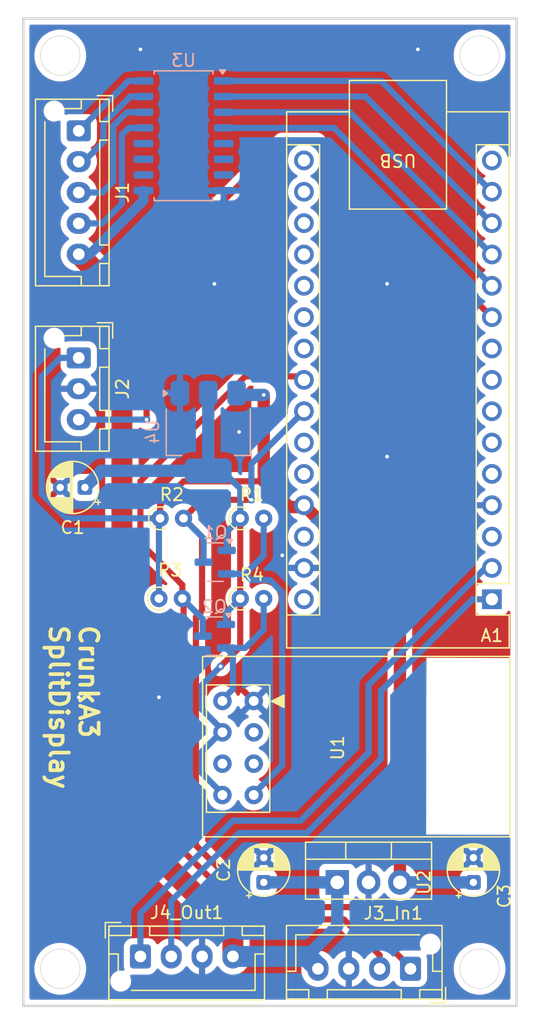
<source format=kicad_pcb>
(kicad_pcb (version 20241229) (generator "pcbnew") (generator_version "9.0")
  (title_block (comment 4 "AISLER Project ID: WUJPKZXN"))
  (layers (0 "F.Cu" signal) (2 "B.Cu" signal) (13 "F.Paste" user) (15 "B.Paste" user) (5 "F.SilkS" user "F.Silkscreen") (7 "B.SilkS" user "B.Silkscreen") (1 "F.Mask" user) (3 "B.Mask" user) (25 "Edge.Cuts" user))
  (net 0 "")
  (net 1 "+5V")
  (net 2 "GND")
  (net 3 "VCC")
  (net 6 "Net-(A1-D7)")
  (net 9 "Net-(A1-A5)")
  (net 14 "Net-(A1-D9)")
  (net 15 "Net-(A1-A4)")
  (net 20 "Net-(A1-D0{slash}RX)")
  (net 21 "Net-(A1-D10)")
  (net 26 "Net-(A1-D8)")
  (net 27 "Net-(A1-D11)")
  (net 28 "Net-(A1-D1{slash}TX)")
  (net 34 "Net-(J1-Pin_1)")
  (net 35 "Net-(J1-Pin_3)")
  (net 36 "Net-(J1-Pin_4)")
  (net 38 "Net-(J1-Pin_2)")
  (net 41 "+3.3V")
  (net 42 "Net-(Q1-S)")
  (net 43 "Net-(Q2-S)")
  (footprint "Connector_JST:JST_XH_B3B-XH-AM_1x03_P2.50mm_Vertical" (layer "F.Cu") (at 19.5 42.5 -90)
    (property "Reference" "J2" (at 2.5 -3.55 90) (layer "F.SilkS"))
    (property "Value" "Conn_01x03")
    (pad "" np_thru_hole circle (at -1.6 2 270) (size 1.2 1.2) (drill 1.2) (layers "*.Cu" "*.Mask"))
    (pad "1" thru_hole roundrect (at 0 0 270) (size 1.7 1.95) (drill 0.95) (layers "*.Cu" "*.Mask") (roundrect_rratio 0.147059) (net 1 "+5V"))
    (pad "2" thru_hole oval (at 2.5 0 270) (size 1.7 1.95) (drill 0.95) (layers "*.Cu" "*.Mask") (net 2 "GND"))
    (pad "3" thru_hole oval (at 5 0 270) (size 1.7 1.95) (drill 0.95) (layers "*.Cu" "*.Mask") (net 6 "Net-(A1-D7)"))
  )
  (footprint "Connector_JST:JST_XH_B5B-XH-AM_1x05_P2.50mm_Vertical" (layer "F.Cu") (at 19.5 24.1 -90)
    (property "Reference" "J1" (at 5 -3.55 90) (layer "F.SilkS"))
    (property "Value" "Conn_01x05")
    (pad "" np_thru_hole circle (at -1.6 2 270) (size 1.2 1.2) (drill 1.2) (layers "*.Cu" "*.Mask"))
    (pad "1" thru_hole roundrect (at 0 0 270) (size 1.7 1.95) (drill 0.95) (layers "*.Cu" "*.Mask") (roundrect_rratio 0.147059) (net 34 "Net-(J1-Pin_1)"))
    (pad "2" thru_hole oval (at 2.5 0 270) (size 1.7 1.95) (drill 0.95) (layers "*.Cu" "*.Mask") (net 38 "Net-(J1-Pin_2)"))
    (pad "3" thru_hole oval (at 5 0 270) (size 1.7 1.95) (drill 0.95) (layers "*.Cu" "*.Mask") (net 35 "Net-(J1-Pin_3)"))
    (pad "4" thru_hole oval (at 7.5 0 270) (size 1.7 1.95) (drill 0.95) (layers "*.Cu" "*.Mask") (net 36 "Net-(J1-Pin_4)"))
    (pad "5" thru_hole oval (at 10 0 270) (size 1.7 1.95) (drill 0.95) (layers "*.Cu" "*.Mask") (net 3 "VCC"))
  )
  (footprint "Resistor_THT:R_Axial_DIN0204_L3.6mm_D1.6mm_P1.90mm_Vertical" (layer "F.Cu") (at 26 62)
    (property "Reference" "R3" (at 0.9 -2.3 0) (layer "F.SilkS"))
    (property "Value" "R")
    (pad "1" thru_hole circle (at 0 0) (size 1.4 1.4) (drill 0.7) (layers "*.Cu" "*.Mask") (net 1 "+5V"))
    (pad "2" thru_hole circle (at 1.9 0) (size 1.4 1.4) (drill 0.7) (layers "*.Cu" "*.Mask") (net 15 "Net-(A1-A4)"))
  )
  (footprint "Capacitor_THT:CP_Radial_D4.0mm_P2.00mm" (layer "F.Cu") (at 34.5 85 90)
    (property "Reference" "C2" (at 1 -3.25 90) (layer "F.SilkS"))
    (property "Value" "C")
    (pad "1" thru_hole roundrect (at 0 0 90) (size 1.2 1.2) (drill 0.6) (layers "*.Cu" "*.Mask") (roundrect_rratio 0.208333) (net 3 "VCC"))
    (pad "2" thru_hole circle (at 2 0 90) (size 1.2 1.2) (drill 0.6) (layers "*.Cu" "*.Mask") (net 2 "GND"))
  )
  (footprint "Resistor_THT:R_Axial_DIN0204_L3.6mm_D1.6mm_P1.90mm_Vertical" (layer "F.Cu") (at 32.595 55.5)
    (property "Reference" "R1" (at 0.95 -1.92 0) (layer "F.SilkS"))
    (property "Value" "R")
    (pad "1" thru_hole circle (at 0 0) (size 1.4 1.4) (drill 0.7) (layers "*.Cu" "*.Mask") (net 41 "+3.3V"))
    (pad "2" thru_hole circle (at 1.9 0) (size 1.4 1.4) (drill 0.7) (layers "*.Cu" "*.Mask") (net 42 "Net-(Q1-S)"))
  )
  (footprint "Resistor_THT:R_Axial_DIN0204_L3.6mm_D1.6mm_P1.90mm_Vertical" (layer "F.Cu") (at 32.595 62)
    (property "Reference" "R4" (at 0.95 -1.92 0) (layer "F.SilkS"))
    (property "Value" "R")
    (pad "1" thru_hole circle (at 0 0) (size 1.4 1.4) (drill 0.7) (layers "*.Cu" "*.Mask") (net 41 "+3.3V"))
    (pad "2" thru_hole circle (at 1.9 0) (size 1.4 1.4) (drill 0.7) (layers "*.Cu" "*.Mask") (net 43 "Net-(Q2-S)"))
  )
  (footprint "Resistor_THT:R_Axial_DIN0204_L3.6mm_D1.6mm_P1.90mm_Vertical" (layer "F.Cu") (at 26.095 55.5)
    (property "Reference" "R2" (at 0.95 -1.92 0) (layer "F.SilkS"))
    (property "Value" "R")
    (pad "1" thru_hole circle (at 0 0) (size 1.4 1.4) (drill 0.7) (layers "*.Cu" "*.Mask") (net 1 "+5V"))
    (pad "2" thru_hole circle (at 1.9 0) (size 1.4 1.4) (drill 0.7) (layers "*.Cu" "*.Mask") (net 9 "Net-(A1-A5)"))
  )
  (footprint "RF_Module:ESP-01" (layer "F.Cu") (at 33.69 70.3 -90)
    (property "Reference" "U1" (at 3.8 -6.8 270) (layer "F.SilkS"))
    (property "Value" "ESP8266-01_ESP-01")
    (pad "1" thru_hole circle (at 0 0 270) (size 1.5 1.5) (drill 0.8) (layers "*.Cu" "*.Mask") (net 2 "GND"))
    (pad "2" thru_hole circle (at 2.54 0 270) (size 1.5 1.5) (drill 0.8) (layers "*.Cu" "*.Mask"))
    (pad "3" thru_hole circle (at 5.08 0 270) (size 1.5 1.5) (drill 0.8) (layers "*.Cu" "*.Mask"))
    (pad "4" thru_hole circle (at 7.62 0 270) (size 1.5 1.5) (drill 0.8) (layers "*.Cu" "*.Mask") (net 42 "Net-(Q1-S)"))
    (pad "5" thru_hole circle (at 0 2.54 270) (size 1.5 1.5) (drill 0.8) (layers "*.Cu" "*.Mask") (net 43 "Net-(Q2-S)"))
    (pad "6" thru_hole circle (at 2.54 2.54 270) (size 1.5 1.5) (drill 0.8) (layers "*.Cu" "*.Mask") (net 41 "+3.3V"))
    (pad "7" thru_hole circle (at 5.08 2.54 270) (size 1.5 1.5) (drill 0.8) (layers "*.Cu" "*.Mask"))
    (pad "8" thru_hole circle (at 7.62 2.54 270) (size 1.5 1.5) (drill 0.8) (layers "*.Cu" "*.Mask") (net 41 "+3.3V"))
    (zone (net 0) (net_name "") (layers "F.Cu" "B.Cu") (name "No Copper") (connect_pads (clearance 0)) (min_thickness 0.25)
      (keepout (tracks not_allowed) (vias not_allowed) (pads not_allowed) (copperpour not_allowed) (footprints not_allowed))
      (fill (thermal_gap 0.5) (thermal_bridge_width 0.5))
      (polygon (pts (xy 54.315 66.825) (xy 54.29 81.15) (xy 47.665 81.125) (xy 47.69 66.8)))
    )
  )
  (footprint "Module:Arduino_Nano" (layer "F.Cu") (at 53 62.06 180)
    (property "Reference" "A1" (at 0 -2.94 0) (layer "F.SilkS"))
    (property "Value" "Arduino_Nano_v3.x")
    (fp_text user "USB" (at 7.62 35.56 180) (layer "F.SilkS"))
    (pad "1" thru_hole rect (at 0 0 180) (size 1.6 1.6) (drill 1) (layers "*.Cu" "*.Mask") (net 28 "Net-(A1-D1{slash}TX)"))
    (pad "2" thru_hole oval (at 0 2.54 180) (size 1.6 1.6) (drill 1) (layers "*.Cu" "*.Mask") (net 20 "Net-(A1-D0{slash}RX)"))
    (pad "3" thru_hole oval (at 0 5.08 180) (size 1.6 1.6) (drill 1) (layers "*.Cu" "*.Mask"))
    (pad "4" thru_hole oval (at 0 7.62 180) (size 1.6 1.6) (drill 1) (layers "*.Cu" "*.Mask") (net 2 "GND"))
    (pad "5" thru_hole oval (at 0 10.16 180) (size 1.6 1.6) (drill 1) (layers "*.Cu" "*.Mask"))
    (pad "6" thru_hole oval (at 0 12.7 180) (size 1.6 1.6) (drill 1) (layers "*.Cu" "*.Mask"))
    (pad "7" thru_hole oval (at 0 15.24 180) (size 1.6 1.6) (drill 1) (layers "*.Cu" "*.Mask"))
    (pad "8" thru_hole oval (at 0 17.78 180) (size 1.6 1.6) (drill 1) (layers "*.Cu" "*.Mask"))
    (pad "9" thru_hole oval (at 0 20.32 180) (size 1.6 1.6) (drill 1) (layers "*.Cu" "*.Mask"))
    (pad "10" thru_hole oval (at 0 22.86 180) (size 1.6 1.6) (drill 1) (layers "*.Cu" "*.Mask") (net 6 "Net-(A1-D7)"))
    (pad "11" thru_hole oval (at 0 25.4 180) (size 1.6 1.6) (drill 1) (layers "*.Cu" "*.Mask") (net 26 "Net-(A1-D8)"))
    (pad "12" thru_hole oval (at 0 27.94 180) (size 1.6 1.6) (drill 1) (layers "*.Cu" "*.Mask") (net 14 "Net-(A1-D9)"))
    (pad "13" thru_hole oval (at 0 30.48 180) (size 1.6 1.6) (drill 1) (layers "*.Cu" "*.Mask") (net 21 "Net-(A1-D10)"))
    (pad "14" thru_hole oval (at 0 33.02 180) (size 1.6 1.6) (drill 1) (layers "*.Cu" "*.Mask") (net 27 "Net-(A1-D11)"))
    (pad "15" thru_hole oval (at 0 35.56 180) (size 1.6 1.6) (drill 1) (layers "*.Cu" "*.Mask"))
    (pad "16" thru_hole oval (at 15.24 35.56 180) (size 1.6 1.6) (drill 1) (layers "*.Cu" "*.Mask"))
    (pad "17" thru_hole oval (at 15.24 33.02 180) (size 1.6 1.6) (drill 1) (layers "*.Cu" "*.Mask"))
    (pad "18" thru_hole oval (at 15.24 30.48 180) (size 1.6 1.6) (drill 1) (layers "*.Cu" "*.Mask"))
    (pad "19" thru_hole oval (at 15.24 27.94 180) (size 1.6 1.6) (drill 1) (layers "*.Cu" "*.Mask"))
    (pad "20" thru_hole oval (at 15.24 25.4 180) (size 1.6 1.6) (drill 1) (layers "*.Cu" "*.Mask"))
    (pad "21" thru_hole oval (at 15.24 22.86 180) (size 1.6 1.6) (drill 1) (layers "*.Cu" "*.Mask"))
    (pad "22" thru_hole oval (at 15.24 20.32 180) (size 1.6 1.6) (drill 1) (layers "*.Cu" "*.Mask"))
    (pad "23" thru_hole oval (at 15.24 17.78 180) (size 1.6 1.6) (drill 1) (layers "*.Cu" "*.Mask") (net 15 "Net-(A1-A4)"))
    (pad "24" thru_hole oval (at 15.24 15.24 180) (size 1.6 1.6) (drill 1) (layers "*.Cu" "*.Mask") (net 9 "Net-(A1-A5)"))
    (pad "25" thru_hole oval (at 15.24 12.7 180) (size 1.6 1.6) (drill 1) (layers "*.Cu" "*.Mask"))
    (pad "26" thru_hole oval (at 15.24 10.16 180) (size 1.6 1.6) (drill 1) (layers "*.Cu" "*.Mask"))
    (pad "27" thru_hole oval (at 15.24 7.62 180) (size 1.6 1.6) (drill 1) (layers "*.Cu" "*.Mask") (net 1 "+5V"))
    (pad "28" thru_hole oval (at 15.24 5.08 180) (size 1.6 1.6) (drill 1) (layers "*.Cu" "*.Mask"))
    (pad "29" thru_hole oval (at 15.24 2.54 180) (size 1.6 1.6) (drill 1) (layers "*.Cu" "*.Mask") (net 2 "GND"))
    (pad "30" thru_hole oval (at 15.24 0 180) (size 1.6 1.6) (drill 1) (layers "*.Cu" "*.Mask"))
  )
  (footprint "Connector_JST:JST_XH_B4B-XH-AM_1x04_P2.50mm_Vertical" (layer "F.Cu") (at 46.4 92 180)
    (property "Reference" "J3_In1" (at 1.4 4.5 0) (layer "F.SilkS"))
    (property "Value" "Conn_01x04")
    (pad "" np_thru_hole circle (at -1.6 2 180) (size 1.2 1.2) (drill 1.2) (layers "*.Cu" "*.Mask"))
    (pad "1" thru_hole roundrect (at 0 0 180) (size 1.7 1.95) (drill 0.95) (layers "*.Cu" "*.Mask") (roundrect_rratio 0.147059) (net 9 "Net-(A1-A5)"))
    (pad "2" thru_hole oval (at 2.5 0 180) (size 1.7 1.95) (drill 0.95) (layers "*.Cu" "*.Mask") (net 15 "Net-(A1-A4)"))
    (pad "3" thru_hole oval (at 5 0 180) (size 1.7 1.95) (drill 0.95) (layers "*.Cu" "*.Mask") (net 2 "GND"))
    (pad "4" thru_hole oval (at 7.5 0 180) (size 1.7 1.95) (drill 0.95) (layers "*.Cu" "*.Mask") (net 3 "VCC"))
  )
  (footprint "Capacitor_THT:CP_Radial_D4.0mm_P2.00mm" (layer "F.Cu") (at 20 53 180)
    (property "Reference" "C1" (at 1 -3.25 180) (layer "F.SilkS"))
    (property "Value" "C_Polarized_US")
    (pad "1" thru_hole roundrect (at 0 0 180) (size 1.2 1.2) (drill 0.6) (layers "*.Cu" "*.Mask") (roundrect_rratio 0.208333) (net 41 "+3.3V"))
    (pad "2" thru_hole circle (at 2 0 180) (size 1.2 1.2) (drill 0.6) (layers "*.Cu" "*.Mask") (net 2 "GND"))
  )
  (footprint "Package_TO_SOT_THT:TO-220-3_Vertical" (layer "F.Cu") (at 40.46 85)
    (property "Reference" "U2" (at 7.04 0 90) (layer "F.SilkS"))
    (property "Value" "L7805")
    (pad "1" thru_hole rect (at 0 0) (size 1.905 2) (drill 1.1) (layers "*.Cu" "*.Mask") (net 3 "VCC"))
    (pad "2" thru_hole oval (at 2.54 0) (size 1.905 2) (drill 1.1) (layers "*.Cu" "*.Mask") (net 2 "GND"))
    (pad "3" thru_hole oval (at 5.08 0) (size 1.905 2) (drill 1.1) (layers "*.Cu" "*.Mask") (net 1 "+5V"))
  )
  (footprint "Capacitor_THT:CP_Radial_D4.0mm_P2.00mm" (layer "F.Cu") (at 51.5 85 90)
    (property "Reference" "C3" (at -1.12 2.5 90) (layer "F.SilkS"))
    (property "Value" "C")
    (pad "1" thru_hole roundrect (at 0 0 90) (size 1.2 1.2) (drill 0.6) (layers "*.Cu" "*.Mask") (roundrect_rratio 0.208333) (net 1 "+5V"))
    (pad "2" thru_hole circle (at 2 0 90) (size 1.2 1.2) (drill 0.6) (layers "*.Cu" "*.Mask") (net 2 "GND"))
  )
  (footprint "Connector_JST:JST_XH_B4B-XH-AM_1x04_P2.50mm_Vertical" (layer "F.Cu") (at 24.5 91)
    (property "Reference" "J4_Out1" (at 3.75 -3.55 0) (layer "F.SilkS"))
    (property "Value" "Conn_01x04")
    (pad "" np_thru_hole circle (at -1.6 2) (size 1.2 1.2) (drill 1.2) (layers "*.Cu" "*.Mask"))
    (pad "1" thru_hole roundrect (at 0 0) (size 1.7 1.95) (drill 0.95) (layers "*.Cu" "*.Mask") (roundrect_rratio 0.147059) (net 20 "Net-(A1-D0{slash}RX)"))
    (pad "2" thru_hole oval (at 2.5 0) (size 1.7 1.95) (drill 0.95) (layers "*.Cu" "*.Mask") (net 28 "Net-(A1-D1{slash}TX)"))
    (pad "3" thru_hole oval (at 5 0) (size 1.7 1.95) (drill 0.95) (layers "*.Cu" "*.Mask") (net 2 "GND"))
    (pad "4" thru_hole oval (at 7.5 0) (size 1.7 1.95) (drill 0.95) (layers "*.Cu" "*.Mask") (net 3 "VCC"))
  )
  (footprint "Package_TO_SOT_SMD:SOT-23" (layer "B.Cu") (at 30.5625 59.05 180)
    (property "Reference" "Q1" (at 0 2.4 0) (layer "B.SilkS") (effects (justify mirror)))
    (property "Value" "BSS138")
    (pad "1" smd roundrect (at -0.9375 0.95 180) (size 1.475 0.6) (layers "B.Cu" "B.Mask" "B.Paste") (net 41 "+3.3V"))
    (pad "2" smd roundrect (at -0.9375 -0.95 180) (size 1.475 0.6) (layers "B.Cu" "B.Mask" "B.Paste") (net 42 "Net-(Q1-S)"))
    (pad "3" smd roundrect (at 0.9375 0 180) (size 1.475 0.6) (layers "B.Cu" "B.Mask" "B.Paste") (net 9 "Net-(A1-A5)"))
  )
  (footprint "Package_SO:SOP-16_4.55x10.3mm_P1.27mm" (layer "B.Cu") (at 28 24.5 180)
    (property "Reference" "U3" (at 0 6.1 0) (layer "B.SilkS") (effects (justify mirror)))
    (property "Value" "ULN2003A")
    (pad "1" smd roundrect (at -3.25 4.445 180) (size 1.6 0.6) (layers "B.Cu" "B.Mask" "B.Paste") (net 27 "Net-(A1-D11)"))
    (pad "2" smd roundrect (at -3.25 3.175 180) (size 1.6 0.6) (layers "B.Cu" "B.Mask" "B.Paste") (net 21 "Net-(A1-D10)"))
    (pad "3" smd roundrect (at -3.25 1.905 180) (size 1.6 0.6) (layers "B.Cu" "B.Mask" "B.Paste") (net 14 "Net-(A1-D9)"))
    (pad "4" smd roundrect (at -3.25 0.635 180) (size 1.6 0.6) (layers "B.Cu" "B.Mask" "B.Paste") (net 26 "Net-(A1-D8)"))
    (pad "5" smd roundrect (at -3.25 -0.635 180) (size 1.6 0.6) (layers "B.Cu" "B.Mask" "B.Paste"))
    (pad "6" smd roundrect (at -3.25 -1.905 180) (size 1.6 0.6) (layers "B.Cu" "B.Mask" "B.Paste"))
    (pad "7" smd roundrect (at -3.25 -3.175 180) (size 1.6 0.6) (layers "B.Cu" "B.Mask" "B.Paste"))
    (pad "8" smd roundrect (at -3.25 -4.445 180) (size 1.6 0.6) (layers "B.Cu" "B.Mask" "B.Paste") (net 2 "GND"))
    (pad "9" smd roundrect (at 3.25 -4.445 180) (size 1.6 0.6) (layers "B.Cu" "B.Mask" "B.Paste") (net 3 "VCC"))
    (pad "10" smd roundrect (at 3.25 -3.175 180) (size 1.6 0.6) (layers "B.Cu" "B.Mask" "B.Paste"))
    (pad "11" smd roundrect (at 3.25 -1.905 180) (size 1.6 0.6) (layers "B.Cu" "B.Mask" "B.Paste"))
    (pad "12" smd roundrect (at 3.25 -0.635 180) (size 1.6 0.6) (layers "B.Cu" "B.Mask" "B.Paste"))
    (pad "13" smd roundrect (at 3.25 0.635 180) (size 1.6 0.6) (layers "B.Cu" "B.Mask" "B.Paste") (net 36 "Net-(J1-Pin_4)"))
    (pad "14" smd roundrect (at 3.25 1.905 180) (size 1.6 0.6) (layers "B.Cu" "B.Mask" "B.Paste") (net 35 "Net-(J1-Pin_3)"))
    (pad "15" smd roundrect (at 3.25 3.175 180) (size 1.6 0.6) (layers "B.Cu" "B.Mask" "B.Paste") (net 38 "Net-(J1-Pin_2)"))
    (pad "16" smd roundrect (at 3.25 4.445 180) (size 1.6 0.6) (layers "B.Cu" "B.Mask" "B.Paste") (net 34 "Net-(J1-Pin_1)"))
  )
  (footprint "Package_TO_SOT_SMD:SOT-23" (layer "B.Cu") (at 30.5 65.05 180)
    (property "Reference" "Q2" (at 0 2.4 0) (layer "B.SilkS") (effects (justify mirror)))
    (property "Value" "BSS138")
    (pad "1" smd roundrect (at -0.9375 0.95 180) (size 1.475 0.6) (layers "B.Cu" "B.Mask" "B.Paste") (net 41 "+3.3V"))
    (pad "2" smd roundrect (at -0.9375 -0.95 180) (size 1.475 0.6) (layers "B.Cu" "B.Mask" "B.Paste") (net 43 "Net-(Q2-S)"))
    (pad "3" smd roundrect (at 0.9375 0 180) (size 1.475 0.6) (layers "B.Cu" "B.Mask" "B.Paste") (net 15 "Net-(A1-A4)"))
  )
  (footprint "Package_TO_SOT_SMD:SOT-223-3_TabPin2" (layer "B.Cu") (at 30 48.5 -90)
    (property "Reference" "U4" (at 0 4.5 90) (layer "B.SilkS") (effects (justify mirror)))
    (property "Value" "AMS1117-3.3")
    (pad "1" smd roundrect (at -3.15 2.3 270) (size 2 1.5) (layers "B.Cu" "B.Mask" "B.Paste") (net 2 "GND"))
    (pad "2" smd roundrect (at -3.15 0 270) (size 2 1.5) (layers "B.Cu" "B.Mask" "B.Paste") (net 41 "+3.3V"))
    (pad "2" smd roundrect (at 3.15 0 270) (size 2 3.8) (layers "B.Cu" "B.Mask" "B.Paste") (net 41 "+3.3V"))
    (pad "3" smd roundrect (at -3.15 -2.3 270) (size 2 1.5) (layers "B.Cu" "B.Mask" "B.Paste") (net 1 "+5V"))
  )
  (gr_circle (center 52 18) (end 53.6 18) (stroke (width 0.05)) (fill no) (layer "Edge.Cuts"))
  (gr_circle (center 52 92) (end 53.6 92) (stroke (width 0.05)) (fill no) (layer "Edge.Cuts"))
  (gr_rect (start 15 15) (end 55 95) (stroke (width 0.2)) (fill no) (layer "Edge.Cuts"))
  (gr_circle (center 18 92) (end 19.6 92) (stroke (width 0.05)) (fill no) (layer "Edge.Cuts"))
  (gr_circle (center 18 18) (end 19.6 18) (stroke (width 0.05)) (fill no) (layer "Edge.Cuts"))
  (gr_text "CrunkA3\nSplitDisplay" (at 17 64 270) (layer "F.SilkS") (effects (font (size 1.5 1.5) (thickness 0.3) (bold yes)) (justify left bottom)))
  (segment (start 45.54 85) (end 45.54 62.22) (width 1) (layer "F.Cu") (net 1))
  (segment (start 37.76 54.44) (end 37.61 54.59) (width 1) (layer "F.Cu") (net 1))
  (segment (start 34.5 52.5) (end 34.5 45.5) (width 1) (layer "F.Cu") (net 1))
  (segment (start 28 52.5) (end 34.5 52.5) (width 0.5) (layer "F.Cu") (net 1))
  (segment (start 37.61 54.59) (end 36.59 54.59) (width 1) (layer "F.Cu") (net 1))
  (segment (start 26.095 55.5) (end 26.095 54.405) (width 0.5) (layer "F.Cu") (net 1))
  (segment (start 45.54 62.22) (end 37.76 54.44) (width 1) (layer "F.Cu") (net 1))
  (segment (start 36.59 54.59) (end 34.5 52.5) (width 1) (layer "F.Cu") (net 1))
  (segment (start 26.095 54.405) (end 28 52.5) (width 0.5) (layer "F.Cu") (net 1))
  (via (at 34.5 45.5) (size 0.6) (drill 0.3) (layers "F.Cu" "B.Cu") (net 1))
  (segment (start 16.5 44) (end 18 42.5) (width 0.5) (layer "B.Cu") (net 1))
  (segment (start 45.54 85) (end 51.5 85) (width 1) (layer "B.Cu") (net 1))
  (segment (start 26 55.595) (end 26.095 55.5) (width 0.5) (layer "B.Cu") (net 1))
  (segment (start 34.5 45.5) (end 32.45 45.5) (width 1) (layer "B.Cu") (net 1))
  (segment (start 18.5 55.5) (end 16.5 53.5) (width 0.5) (layer "B.Cu") (net 1))
  (segment (start 26.095 55.5) (end 18.5 55.5) (width 0.5) (layer "B.Cu") (net 1))
  (segment (start 16.5 53.5) (end 16.5 44) (width 0.5) (layer "B.Cu") (net 1))
  (segment (start 18 42.5) (end 19.5 42.5) (width 0.5) (layer "B.Cu") (net 1))
  (segment (start 32.45 45.5) (end 32.3 45.35) (width 1) (layer "B.Cu") (net 1))
  (segment (start 26 61.5) (end 26 55.595) (width 0.5) (layer "B.Cu") (net 1))
  (via (at 44.5 50.5) (size 0.6) (drill 0.3) (layers "F.Cu" "B.Cu") (net 2))
  (via (at 32.5 48.5) (size 0.6) (drill 0.3) (layers "F.Cu" "B.Cu") (net 2))
  (via (at 30.5 36.5) (size 0.6) (drill 0.3) (layers "F.Cu" "B.Cu") (net 2))
  (via (at 19.5 70) (size 0.6) (drill 0.3) (layers "F.Cu" "B.Cu") (net 2))
  (via (at 36 58.5) (size 0.6) (drill 0.3) (layers "F.Cu" "B.Cu") (net 2))
  (via (at 24.5 17.5) (size 0.6) (drill 0.3) (layers "F.Cu" "B.Cu") (net 2))
  (via (at 44.5 36.5) (size 0.6) (drill 0.3) (layers "F.Cu" "B.Cu") (net 2))
  (via (at 47 17.5) (size 0.6) (drill 0.3) (layers "F.Cu" "B.Cu") (net 2))
  (via (at 26 70) (size 0.6) (drill 0.3) (layers "F.Cu" "B.Cu") (net 2))
  (segment (start 23 37.6) (end 19.5 34.1) (width 1.7) (layer "F.Cu") (net 3))
  (segment (start 32 91) (end 32 89) (width 1.7) (layer "F.Cu") (net 3))
  (segment (start 23 80) (end 23 37.6) (width 1.7) (layer "F.Cu") (net 3))
  (segment (start 32 89) (end 23 80) (width 1.7) (layer "F.Cu") (net 3))
  (segment (start 38.9 92) (end 38.9 91.9) (width 0.5) (layer "B.Cu") (net 3))
  (segment (start 24.75 28.945) (end 24.75 29.75) (width 0.8) (layer "B.Cu") (net 3))
  (segment (start 40.46 88.54) (end 38 91) (width 1) (layer "B.Cu") (net 3))
  (segment (start 38 91) (end 32 91) (width 1.7) (layer "B.Cu") (net 3))
  (segment (start 38.9 91.9) (end 38 91) (width 1.7) (layer "B.Cu") (net 3))
  (segment (start 34.5 85) (end 40.46 85) (width 1) (layer "B.Cu") (net 3))
  (segment (start 24.75 29.75) (end 20.4 34.1) (width 0.8) (layer "B.Cu") (net 3))
  (segment (start 40.46 85) (end 40.46 88.54) (width 1) (layer "B.Cu") (net 3))
  (segment (start 20.4 34.1) (end 19.5 34.1) (width 0.8) (layer "B.Cu") (net 3))
  (segment (start 36 25) (end 38.8 25) (width 0.5) (layer "F.Cu") (net 6))
  (segment (start 25 47.5) (end 25 36) (width 0.5) (layer "F.Cu") (net 6))
  (segment (start 25 36) (end 36 25) (width 0.5) (layer "F.Cu") (net 6))
  (segment (start 38.8 25) (end 53 39.2) (width 0.5) (layer "F.Cu") (net 6))
  (via (at 25 47.5) (size 0.6) (drill 0.3) (layers "F.Cu" "B.Cu") (net 6))
  (segment (start 19.5 47.5) (end 25 47.5) (width 0.5) (layer "B.Cu") (net 6))
  (segment (start 29 63.5) (end 29.5 63) (width 0.5) (layer "F.Cu") (net 9))
  (segment (start 41.5 87) (end 34 87) (width 0.5) (layer "F.Cu") (net 9))
  (segment (start 46.4 92) (end 46.4 91.9) (width 0.5) (layer "F.Cu") (net 9))
  (segment (start 29 82) (end 29 63.5) (width 0.5) (layer "F.Cu") (net 9))
  (segment (start 29.5 54) (end 33.5 54) (width 0.5) (layer "F.Cu") (net 9))
  (segment (start 46.4 91.9) (end 41.5 87) (width 0.5) (layer "F.Cu") (net 9))
  (segment (start 34 87) (end 29 82) (width 0.5) (layer "F.Cu") (net 9))
  (segment (start 29.5 57.005) (end 27.995 55.5) (width 0.5) (layer "F.Cu") (net 9))
  (segment (start 29.5 63) (end 29.5 57.005) (width 0.5) (layer "F.Cu") (net 9))
  (segment (start 29.495 54) (end 29.5 54) (width 0.5) (layer "F.Cu") (net 9))
  (segment (start 27.995 55.5) (end 29.495 54) (width 0.5) (layer "F.Cu") (net 9))
  (via (at 33.5 54) (size 0.6) (drill 0.3) (layers "F.Cu" "B.Cu") (net 9))
  (segment (start 29.625 59.05) (end 29.625 57.13) (width 0.5) (layer "B.Cu") (net 9))
  (segment (start 33.5 51.08) (end 37.76 46.82) (width 0.5) (layer "B.Cu") (net 9))
  (segment (start 29.625 57.13) (end 27.995 55.5) (width 0.5) (layer "B.Cu") (net 9))
  (segment (start 33.5 54) (end 33.5 51.08) (width 0.5) (layer "B.Cu") (net 9))
  (segment (start 41.475 22.595) (end 31.25 22.595) (width 0.5) (layer "B.Cu") (net 14))
  (segment (start 53 34.12) (end 41.475 22.595) (width 0.5) (layer "B.Cu") (net 14))
  (segment (start 33 44) (end 37.48 44) (width 0.5) (layer "F.Cu") (net 15))
  (segment (start 33.5 88) (end 28 82.5) (width 0.5) (layer "F.Cu") (net 15))
  (segment (start 28 82.5) (end 28 62.1) (width 0.5) (layer "F.Cu") (net 15))
  (segment (start 24.5 57.5) (end 24.5 52.5) (width 0.5) (layer "F.Cu") (net 15))
  (segment (start 27.9 62) (end 27.9 60.9) (width 0.5) (layer "F.Cu") (net 15))
  (segment (start 28 62.1) (end 27.9 62) (width 0.5) (layer "F.Cu") (net 15))
  (segment (start 27.9 60.9) (end 24.5 57.5) (width 0.5) (layer "F.Cu") (net 15))
  (segment (start 43.9 92) (end 43.9 90.9) (width 0.5) (layer "F.Cu") (net 15))
  (segment (start 43.9 90.9) (end 41 88) (width 0.5) (layer "F.Cu") (net 15))
  (segment (start 24.5 52.5) (end 33 44) (width 0.5) (layer "F.Cu") (net 15))
  (segment (start 37.48 44) (end 37.76 44.28) (width 0.5) (layer "F.Cu") (net 15))
  (segment (start 41 88) (end 33.5 88) (width 0.5) (layer "F.Cu") (net 15))
  (segment (start 29.5625 65.05) (end 29.5625 63.6625) (width 0.5) (layer "B.Cu") (net 15))
  (segment (start 29.5625 63.6625) (end 27.9 62) (width 0.5) (layer "B.Cu") (net 15))
  (segment (start 43 74.5) (end 43 69) (width 0.5) (layer "B.Cu") (net 20))
  (segment (start 37.5 80) (end 43 74.5) (width 0.5) (layer "B.Cu") (net 20))
  (segment (start 24.5 91) (end 24.5 87.5) (width 0.5) (layer "B.Cu") (net 20))
  (segment (start 32.089364 80) (end 37.5 80) (width 0.5) (layer "B.Cu") (net 20))
  (segment (start 43 69) (end 52.48 59.52) (width 0.5) (layer "B.Cu") (net 20))
  (segment (start 24.5 87.5) (end 32 80) (width 0.5) (layer "B.Cu") (net 20))
  (segment (start 52.48 59.52) (end 53 59.52) (width 0.5) (layer "B.Cu") (net 20))
  (segment (start 53 31.58) (end 42.745 21.325) (width 0.5) (layer "B.Cu") (net 21))
  (segment (start 42.745 21.325) (end 31.25 21.325) (width 0.5) (layer "B.Cu") (net 21))
  (segment (start 53 36.66) (end 40.205 23.865) (width 0.5) (layer "B.Cu") (net 26))
  (segment (start 40.205 23.865) (end 31.25 23.865) (width 0.5) (layer "B.Cu") (net 26))
  (segment (start 44.015 20.055) (end 31.25 20.055) (width 0.5) (layer "B.Cu") (net 27))
  (segment (start 53 29.04) (end 44.015 20.055) (width 0.5) (layer "B.Cu") (net 27))
  (segment (start 27 86.5) (end 32.5 81) (width 0.5) (layer "B.Cu") (net 28))
  (segment (start 44 69.5) (end 51.44 62.06) (width 0.5) (layer "B.Cu") (net 28))
  (segment (start 44 69.5) (end 44 75) (width 0.5) (layer "B.Cu") (net 28))
  (segment (start 51.44 62.06) (end 53 62.06) (width 0.5) (layer "B.Cu") (net 28))
  (segment (start 38 81) (end 32.5 81) (width 0.5) (layer "B.Cu") (net 28))
  (segment (start 44 75) (end 38 81) (width 0.5) (layer "B.Cu") (net 28))
  (segment (start 27 91) (end 27 86.5) (width 0.5) (layer "B.Cu") (net 28))
  (segment (start 23.545 20.055) (end 24.75 20.055) (width 0.5) (layer "B.Cu") (net 34))
  (segment (start 19.5 24.1) (end 23.545 20.055) (width 0.5) (layer "B.Cu") (net 34))
  (segment (start 23.405 22.595) (end 24.75 22.595) (width 0.5) (layer "B.Cu") (net 35))
  (segment (start 22.299 28.201) (end 22.299 23.701) (width 0.5) (layer "B.Cu") (net 35))
  (segment (start 19.5 29.1) (end 21.4 29.1) (width 0.5) (layer "B.Cu") (net 35))
  (segment (start 21.4 29.1) (end 22.299 28.201) (width 0.5) (layer "B.Cu") (net 35))
  (segment (start 22.299 23.701) (end 23.405 22.595) (width 0.5) (layer "B.Cu") (net 35))
  (segment (start 23 30) (end 23 24.4075) (width 0.5) (layer "B.Cu") (net 36))
  (segment (start 19.5 31.6) (end 21.4 31.6) (width 0.5) (layer "B.Cu") (net 36))
  (segment (start 23 24.4075) (end 23.4075 24) (width 0.5) (layer "B.Cu") (net 36))
  (segment (start 23.45375 24) (end 23.58875 23.865) (width 0.5) (layer "B.Cu") (net 36))
  (segment (start 21.4 31.6) (end 23 30) (width 0.5) (layer "B.Cu") (net 36))
  (segment (start 23.4075 24) (end 23.45375 24) (width 0.5) (layer "B.Cu") (net 36))
  (segment (start 23.58875 23.865) (end 24.75 23.865) (width 0.5) (layer "B.Cu") (net 36))
  (segment (start 19.5 26.6) (end 19.9 26.6) (width 0.2) (layer "B.Cu") (net 38))
  (segment (start 21.5 23.5) (end 23.675 21.325) (width 0.5) (layer "B.Cu") (net 38))
  (segment (start 19.9 26.6) (end 21.5 25) (width 0.5) (layer "B.Cu") (net 38))
  (segment (start 21.5 25) (end 21.5 23.5) (width 0.5) (layer "B.Cu") (net 38))
  (segment (start 23.675 21.325) (end 24.75 21.325) (width 0.5) (layer "B.Cu") (net 38))
  (segment (start 32.595 62) (end 32.595 55.5) (width 0.5) (layer "F.Cu") (net 41))
  (segment (start 31 67.5) (end 32.595 65.905) (width 0.5) (layer "F.Cu") (net 41))
  (segment (start 32.595 65.905) (end 32.595 62) (width 0.5) (layer "F.Cu") (net 41))
  (via (at 31 67.5) (size 0.6) (drill 0.3) (layers "F.Cu" "B.Cu") (net 41))
  (segment (start 31.4375 64.1) (end 31.4375 63.1575) (width 0.5) (layer "B.Cu") (net 41))
  (segment (start 29.5 69) (end 31 67.5) (width 0.5) (layer "B.Cu") (net 41))
  (segment (start 31.5 56.5) (end 31.595 56.5) (width 0.5) (layer "B.Cu") (net 41))
  (segment (start 31.15 51.65) (end 30 51.65) (width 0.5) (layer "B.Cu") (net 41))
  (segment (start 32.595 55.5) (end 32.595 53.095) (width 0.5) (layer "B.Cu") (net 41))
  (segment (start 31.4375 63.1575) (end 32.595 62) (width 0.5) (layer "B.Cu") (net 41))
  (segment (start 32.595 53.095) (end 31.15 51.65) (width 0.5) (layer "B.Cu") (net 41))
  (segment (start 31.595 56.5) (end 32.595 55.5) (width 0.5) (layer "B.Cu") (net 41))
  (segment (start 31.5 58.1) (end 31.5 56.5) (width 0.5) (layer "B.Cu") (net 41))
  (segment (start 29.5 76.16) (end 29.5 74.38) (width 0.5) (layer "B.Cu") (net 41))
  (segment (start 31.15 77.81) (end 29.5 76.16) (width 0.5) (layer "B.Cu") (net 41))
  (segment (start 30 51.65) (end 30 45.35) (width 1) (layer "B.Cu") (net 41))
  (segment (start 21.35 51.65) (end 30 51.65) (width 1) (layer "B.Cu") (net 41))
  (segment (start 20 53) (end 21.35 51.65) (width 1) (layer "B.Cu") (net 41))
  (segment (start 29.5 71) (end 29.5 69) (width 0.5) (layer "B.Cu") (net 41))
  (segment (start 29.5 74.38) (end 31.15 72.73) (width 0.5) (layer "B.Cu") (net 41))
  (segment (start 31.15 72.65) (end 29.5 71) (width 0.5) (layer "B.Cu") (net 41))
  (segment (start 31.15 72.73) (end 31.15 72.65) (width 0.5) (layer "B.Cu") (net 41))
  (segment (start 33 60) (end 33.5 60.5) (width 0.5) (layer "B.Cu") (net 42))
  (segment (start 34.495 58.495) (end 34.495 55.5) (width 0.5) (layer "B.Cu") (net 42))
  (segment (start 33 60) (end 34.5 58.5) (width 0.5) (layer "B.Cu") (net 42))
  (segment (start 34.5 58.5) (end 34.495 58.495) (width 0.5) (layer "B.Cu") (net 42))
  (segment (start 35 60.5) (end 36 61.5) (width 0.5) (layer "B.Cu") (net 42))
  (segment (start 33.5 60.5) (end 35 60.5) (width 0.5) (layer "B.Cu") (net 42))
  (segment (start 36 75.5) (end 33.69 77.81) (width 0.5) (layer "B.Cu") (net 42))
  (segment (start 36 61.5) (end 36 75.5) (width 0.5) (layer "B.Cu") (net 42))
  (segment (start 31.5 60) (end 33 60) (width 0.5) (layer "B.Cu") (net 42))
  (segment (start 32 66.5625) (end 31.4375 66) (width 0.5) (layer "B.Cu") (net 43))
  (segment (start 31.4375 66) (end 33 66) (width 0.5) (layer "B.Cu") (net 43))
  (segment (start 32 69.34) (end 32 66.5625) (width 0.5) (layer "B.Cu") (net 43))
  (segment (start 33 66) (end 34.495 64.505) (width 0.5) (layer "B.Cu") (net 43))
  (segment (start 31.15 70.19) (end 32 69.34) (width 0.5) (layer "B.Cu") (net 43))
  (segment (start 34.495 64.505) (end 34.495 62) (width 0.5) (layer "B.Cu") (net 43))
  (zone (net 2) (net_name "GND") (layers "F.Cu" "B.Cu") (connect_pads (clearance 0.5)) (min_thickness 0.25) (fill yes (thermal_gap 0.5) (thermal_bridge_width 0.5))
    (polygon (pts (xy 13.5 13.5) (xy 56.5 13.5) (xy 56.5 96.5) (xy 13.5 96.505883)))
  )
)
</source>
